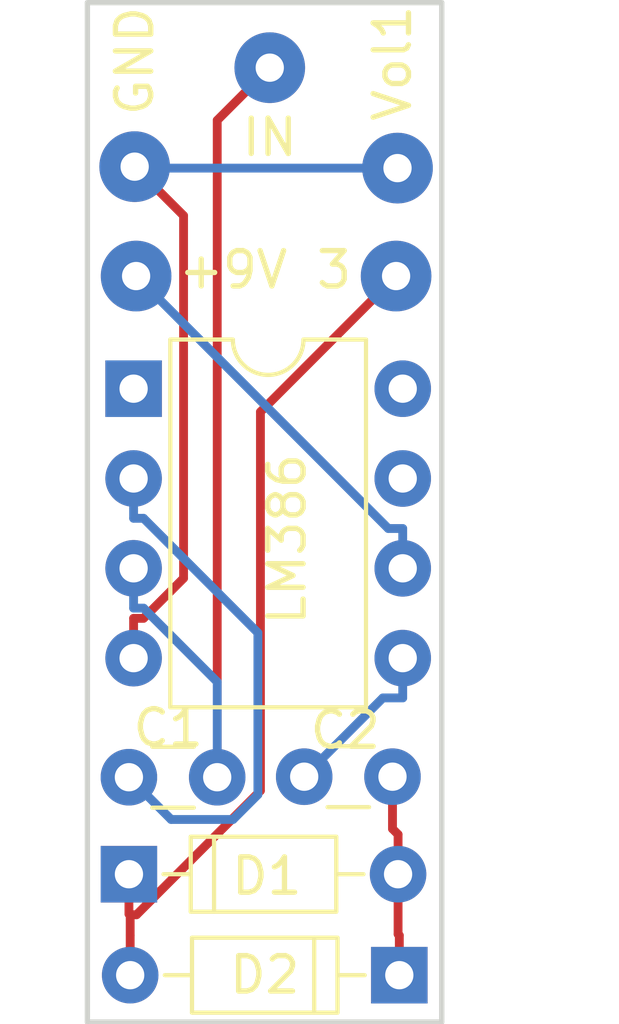
<source format=kicad_pcb>
(kicad_pcb (version 4) (host pcbnew 4.0.2-stable)

  (general
    (links 11)
    (no_connects 0)
    (area 138.672499 105.334999 148.855501 134.314001)
    (thickness 1.6)
    (drawings 4)
    (tracks 41)
    (zones 0)
    (modules 10)
    (nets 10)
  )

  (page A4)
  (layers
    (0 F.Cu signal)
    (31 B.Cu signal)
    (32 B.Adhes user)
    (33 F.Adhes user)
    (34 B.Paste user)
    (35 F.Paste user)
    (36 B.SilkS user)
    (37 F.SilkS user)
    (38 B.Mask user)
    (39 F.Mask user)
    (40 Dwgs.User user)
    (41 Cmts.User user)
    (42 Eco1.User user)
    (43 Eco2.User user)
    (44 Edge.Cuts user)
    (45 Margin user)
    (46 B.CrtYd user)
    (47 F.CrtYd user)
    (48 B.Fab user)
    (49 F.Fab user)
  )

  (setup
    (last_trace_width 0.25)
    (trace_clearance 0.2)
    (zone_clearance 0.508)
    (zone_45_only no)
    (trace_min 0.2)
    (segment_width 0.2)
    (edge_width 0.15)
    (via_size 0.6)
    (via_drill 0.4)
    (via_min_size 0.4)
    (via_min_drill 0.3)
    (uvia_size 0.3)
    (uvia_drill 0.1)
    (uvias_allowed no)
    (uvia_min_size 0.2)
    (uvia_min_drill 0.1)
    (pcb_text_width 0.3)
    (pcb_text_size 1.5 1.5)
    (mod_edge_width 0.15)
    (mod_text_size 1 1)
    (mod_text_width 0.15)
    (pad_size 1.524 1.524)
    (pad_drill 0.762)
    (pad_to_mask_clearance 0.2)
    (aux_axis_origin 0 0)
    (visible_elements 7FFFFFFF)
    (pcbplotparams
      (layerselection 0x00030_80000001)
      (usegerberextensions false)
      (excludeedgelayer true)
      (linewidth 0.100000)
      (plotframeref false)
      (viasonmask false)
      (mode 1)
      (useauxorigin false)
      (hpglpennumber 1)
      (hpglpenspeed 20)
      (hpglpendiameter 15)
      (hpglpenoverlay 2)
      (psnegative false)
      (psa4output false)
      (plotreference true)
      (plotvalue true)
      (plotinvisibletext false)
      (padsonsilk false)
      (subtractmaskfromsilk false)
      (outputformat 1)
      (mirror false)
      (drillshape 1)
      (scaleselection 1)
      (outputdirectory ""))
  )

  (net 0 "")
  (net 1 "Net-(C1-Pad1)")
  (net 2 "Net-(C1-Pad2)")
  (net 3 "Net-(C2-Pad1)")
  (net 4 "Net-(C2-Pad2)")
  (net 5 "Net-(D1-Pad1)")
  (net 6 "Net-(U1-Pad1)")
  (net 7 "Net-(U1-Pad6)")
  (net 8 "Net-(U1-Pad4)")
  (net 9 "Net-(U1-Pad8)")

  (net_class Default "Ceci est la Netclass par défaut"
    (clearance 0.2)
    (trace_width 0.25)
    (via_dia 0.6)
    (via_drill 0.4)
    (uvia_dia 0.3)
    (uvia_drill 0.1)
    (add_net "Net-(C1-Pad1)")
    (add_net "Net-(C1-Pad2)")
    (add_net "Net-(C2-Pad1)")
    (add_net "Net-(C2-Pad2)")
    (add_net "Net-(D1-Pad1)")
    (add_net "Net-(U1-Pad1)")
    (add_net "Net-(U1-Pad4)")
    (add_net "Net-(U1-Pad6)")
    (add_net "Net-(U1-Pad8)")
  )

  (module Capacitors_ThroughHole:C_Disc_D3.0mm_W1.6mm_P2.50mm (layer F.Cu) (tedit 58765D06) (tstamp 58CC4EDB)
    (at 142.423 127.315 180)
    (descr "C, Disc series, Radial, pin pitch=2.50mm, , diameter*width=3.0*1.6mm^2, Capacitor, http://www.vishay.com/docs/45233/krseries.pdf")
    (tags "C Disc series Radial pin pitch 2.50mm  diameter 3.0mm width 1.6mm Capacitor")
    (path /58CC4CBD)
    (fp_text reference C1 (at 1.3895 1.3945 180) (layer F.SilkS)
      (effects (font (size 1 1) (thickness 0.15)))
    )
    (fp_text value 0.01uF (at 1.25 1.86 180) (layer F.Fab)
      (effects (font (size 1 1) (thickness 0.15)))
    )
    (fp_line (start -0.25 -0.8) (end -0.25 0.8) (layer F.Fab) (width 0.1))
    (fp_line (start -0.25 0.8) (end 2.75 0.8) (layer F.Fab) (width 0.1))
    (fp_line (start 2.75 0.8) (end 2.75 -0.8) (layer F.Fab) (width 0.1))
    (fp_line (start 2.75 -0.8) (end -0.25 -0.8) (layer F.Fab) (width 0.1))
    (fp_line (start 0.663 -0.861) (end 1.837 -0.861) (layer F.SilkS) (width 0.12))
    (fp_line (start 0.663 0.861) (end 1.837 0.861) (layer F.SilkS) (width 0.12))
    (fp_line (start -1.05 -1.15) (end -1.05 1.15) (layer F.CrtYd) (width 0.05))
    (fp_line (start -1.05 1.15) (end 3.55 1.15) (layer F.CrtYd) (width 0.05))
    (fp_line (start 3.55 1.15) (end 3.55 -1.15) (layer F.CrtYd) (width 0.05))
    (fp_line (start 3.55 -1.15) (end -1.05 -1.15) (layer F.CrtYd) (width 0.05))
    (pad 1 thru_hole circle (at 0 0 180) (size 1.6 1.6) (drill 0.8) (layers *.Cu *.Mask)
      (net 1 "Net-(C1-Pad1)"))
    (pad 2 thru_hole circle (at 2.5 0 180) (size 1.6 1.6) (drill 0.8) (layers *.Cu *.Mask)
      (net 2 "Net-(C1-Pad2)"))
    (model Capacitors_THT.3dshapes/C_Disc_D3.0mm_W1.6mm_P2.50mm.wrl
      (at (xyz 0 0 0))
      (scale (xyz 0.393701 0.393701 0.393701))
      (rotate (xyz 0 0 0))
    )
  )

  (module Capacitors_ThroughHole:C_Disc_D3.0mm_W1.6mm_P2.50mm (layer F.Cu) (tedit 58765D06) (tstamp 58CC4EE1)
    (at 147.386 127.3 180)
    (descr "C, Disc series, Radial, pin pitch=2.50mm, , diameter*width=3.0*1.6mm^2, Capacitor, http://www.vishay.com/docs/45233/krseries.pdf")
    (tags "C Disc series Radial pin pitch 2.50mm  diameter 3.0mm width 1.6mm Capacitor")
    (path /58CC4947)
    (fp_text reference C2 (at 1.336 1.316 180) (layer F.SilkS)
      (effects (font (size 1 1) (thickness 0.15)))
    )
    (fp_text value 0.001uF (at 1.25 1.86 180) (layer F.Fab)
      (effects (font (size 1 1) (thickness 0.15)))
    )
    (fp_line (start -0.25 -0.8) (end -0.25 0.8) (layer F.Fab) (width 0.1))
    (fp_line (start -0.25 0.8) (end 2.75 0.8) (layer F.Fab) (width 0.1))
    (fp_line (start 2.75 0.8) (end 2.75 -0.8) (layer F.Fab) (width 0.1))
    (fp_line (start 2.75 -0.8) (end -0.25 -0.8) (layer F.Fab) (width 0.1))
    (fp_line (start 0.663 -0.861) (end 1.837 -0.861) (layer F.SilkS) (width 0.12))
    (fp_line (start 0.663 0.861) (end 1.837 0.861) (layer F.SilkS) (width 0.12))
    (fp_line (start -1.05 -1.15) (end -1.05 1.15) (layer F.CrtYd) (width 0.05))
    (fp_line (start -1.05 1.15) (end 3.55 1.15) (layer F.CrtYd) (width 0.05))
    (fp_line (start 3.55 1.15) (end 3.55 -1.15) (layer F.CrtYd) (width 0.05))
    (fp_line (start 3.55 -1.15) (end -1.05 -1.15) (layer F.CrtYd) (width 0.05))
    (pad 1 thru_hole circle (at 0 0 180) (size 1.6 1.6) (drill 0.8) (layers *.Cu *.Mask)
      (net 3 "Net-(C2-Pad1)"))
    (pad 2 thru_hole circle (at 2.5 0 180) (size 1.6 1.6) (drill 0.8) (layers *.Cu *.Mask)
      (net 4 "Net-(C2-Pad2)"))
    (model Capacitors_THT.3dshapes/C_Disc_D3.0mm_W1.6mm_P2.50mm.wrl
      (at (xyz 0 0 0))
      (scale (xyz 0.393701 0.393701 0.393701))
      (rotate (xyz 0 0 0))
    )
  )

  (module Diodes_ThroughHole:D_DO-35_SOD27_P7.62mm_Horizontal (layer F.Cu) (tedit 5877C982) (tstamp 58CC4EE7)
    (at 139.924 130.058)
    (descr "D, DO-35_SOD27 series, Axial, Horizontal, pin pitch=7.62mm, , length*diameter=4*2mm^2, , http://www.diodes.com/_files/packages/DO-35.pdf")
    (tags "D DO-35_SOD27 series Axial Horizontal pin pitch 7.62mm  length 4mm diameter 2mm")
    (path /58CC49CC)
    (fp_text reference D1 (at 3.9035 0.0535) (layer F.SilkS)
      (effects (font (size 1 1) (thickness 0.15)))
    )
    (fp_text value D (at 3.81 2.06) (layer F.Fab)
      (effects (font (size 1 1) (thickness 0.15)))
    )
    (fp_line (start 1.81 -1) (end 1.81 1) (layer F.Fab) (width 0.1))
    (fp_line (start 1.81 1) (end 5.81 1) (layer F.Fab) (width 0.1))
    (fp_line (start 5.81 1) (end 5.81 -1) (layer F.Fab) (width 0.1))
    (fp_line (start 5.81 -1) (end 1.81 -1) (layer F.Fab) (width 0.1))
    (fp_line (start 0 0) (end 1.81 0) (layer F.Fab) (width 0.1))
    (fp_line (start 7.62 0) (end 5.81 0) (layer F.Fab) (width 0.1))
    (fp_line (start 2.41 -1) (end 2.41 1) (layer F.Fab) (width 0.1))
    (fp_line (start 1.75 -1.06) (end 1.75 1.06) (layer F.SilkS) (width 0.12))
    (fp_line (start 1.75 1.06) (end 5.87 1.06) (layer F.SilkS) (width 0.12))
    (fp_line (start 5.87 1.06) (end 5.87 -1.06) (layer F.SilkS) (width 0.12))
    (fp_line (start 5.87 -1.06) (end 1.75 -1.06) (layer F.SilkS) (width 0.12))
    (fp_line (start 0.98 0) (end 1.75 0) (layer F.SilkS) (width 0.12))
    (fp_line (start 6.64 0) (end 5.87 0) (layer F.SilkS) (width 0.12))
    (fp_line (start 2.41 -1.06) (end 2.41 1.06) (layer F.SilkS) (width 0.12))
    (fp_line (start -1.05 -1.35) (end -1.05 1.35) (layer F.CrtYd) (width 0.05))
    (fp_line (start -1.05 1.35) (end 8.7 1.35) (layer F.CrtYd) (width 0.05))
    (fp_line (start 8.7 1.35) (end 8.7 -1.35) (layer F.CrtYd) (width 0.05))
    (fp_line (start 8.7 -1.35) (end -1.05 -1.35) (layer F.CrtYd) (width 0.05))
    (pad 1 thru_hole rect (at 0 0) (size 1.6 1.6) (drill 0.8) (layers *.Cu *.Mask)
      (net 5 "Net-(D1-Pad1)"))
    (pad 2 thru_hole oval (at 7.62 0) (size 1.6 1.6) (drill 0.8) (layers *.Cu *.Mask)
      (net 3 "Net-(C2-Pad1)"))
    (model Diodes_THT.3dshapes/D_DO-35_SOD27_P7.62mm_Horizontal.wrl
      (at (xyz 0 0 0))
      (scale (xyz 0.393701 0.393701 0.393701))
      (rotate (xyz 0 0 0))
    )
  )

  (module Diodes_ThroughHole:D_DO-35_SOD27_P7.62mm_Horizontal (layer F.Cu) (tedit 5877C982) (tstamp 58CC4EED)
    (at 147.579 132.913 180)
    (descr "D, DO-35_SOD27 series, Axial, Horizontal, pin pitch=7.62mm, , length*diameter=4*2mm^2, , http://www.diodes.com/_files/packages/DO-35.pdf")
    (tags "D DO-35_SOD27 series Axial Horizontal pin pitch 7.62mm  length 4mm diameter 2mm")
    (path /58CC4A3E)
    (fp_text reference D2 (at 3.81 0.0075 180) (layer F.SilkS)
      (effects (font (size 1 1) (thickness 0.15)))
    )
    (fp_text value D (at 3.81 2.06 180) (layer F.Fab)
      (effects (font (size 1 1) (thickness 0.15)))
    )
    (fp_line (start 1.81 -1) (end 1.81 1) (layer F.Fab) (width 0.1))
    (fp_line (start 1.81 1) (end 5.81 1) (layer F.Fab) (width 0.1))
    (fp_line (start 5.81 1) (end 5.81 -1) (layer F.Fab) (width 0.1))
    (fp_line (start 5.81 -1) (end 1.81 -1) (layer F.Fab) (width 0.1))
    (fp_line (start 0 0) (end 1.81 0) (layer F.Fab) (width 0.1))
    (fp_line (start 7.62 0) (end 5.81 0) (layer F.Fab) (width 0.1))
    (fp_line (start 2.41 -1) (end 2.41 1) (layer F.Fab) (width 0.1))
    (fp_line (start 1.75 -1.06) (end 1.75 1.06) (layer F.SilkS) (width 0.12))
    (fp_line (start 1.75 1.06) (end 5.87 1.06) (layer F.SilkS) (width 0.12))
    (fp_line (start 5.87 1.06) (end 5.87 -1.06) (layer F.SilkS) (width 0.12))
    (fp_line (start 5.87 -1.06) (end 1.75 -1.06) (layer F.SilkS) (width 0.12))
    (fp_line (start 0.98 0) (end 1.75 0) (layer F.SilkS) (width 0.12))
    (fp_line (start 6.64 0) (end 5.87 0) (layer F.SilkS) (width 0.12))
    (fp_line (start 2.41 -1.06) (end 2.41 1.06) (layer F.SilkS) (width 0.12))
    (fp_line (start -1.05 -1.35) (end -1.05 1.35) (layer F.CrtYd) (width 0.05))
    (fp_line (start -1.05 1.35) (end 8.7 1.35) (layer F.CrtYd) (width 0.05))
    (fp_line (start 8.7 1.35) (end 8.7 -1.35) (layer F.CrtYd) (width 0.05))
    (fp_line (start 8.7 -1.35) (end -1.05 -1.35) (layer F.CrtYd) (width 0.05))
    (pad 1 thru_hole rect (at 0 0 180) (size 1.6 1.6) (drill 0.8) (layers *.Cu *.Mask)
      (net 3 "Net-(C2-Pad1)"))
    (pad 2 thru_hole oval (at 7.62 0 180) (size 1.6 1.6) (drill 0.8) (layers *.Cu *.Mask)
      (net 5 "Net-(D1-Pad1)"))
    (model Diodes_THT.3dshapes/D_DO-35_SOD27_P7.62mm_Horizontal.wrl
      (at (xyz 0 0 0))
      (scale (xyz 0.393701 0.393701 0.393701))
      (rotate (xyz 0 0 0))
    )
  )

  (module Housings_DIP:DIP-8_W7.62mm (layer F.Cu) (tedit 58CC5268) (tstamp 58CC4EF9)
    (at 140.056 116.327)
    (descr "8-lead dip package, row spacing 7.62 mm (300 mils)")
    (tags "DIL DIP PDIP 2.54mm 7.62mm 300mil")
    (path /58CC4852)
    (fp_text reference LM386 (at 4.343 4.2595 90) (layer F.SilkS)
      (effects (font (size 1 1) (thickness 0.15)))
    )
    (fp_text value LM386 (at 3.81 10.01) (layer F.Fab)
      (effects (font (size 1 1) (thickness 0.15)))
    )
    (fp_arc (start 3.81 -1.39) (end 2.81 -1.39) (angle -180) (layer F.SilkS) (width 0.12))
    (fp_line (start 1.635 -1.27) (end 6.985 -1.27) (layer F.Fab) (width 0.1))
    (fp_line (start 6.985 -1.27) (end 6.985 8.89) (layer F.Fab) (width 0.1))
    (fp_line (start 6.985 8.89) (end 0.635 8.89) (layer F.Fab) (width 0.1))
    (fp_line (start 0.635 8.89) (end 0.635 -0.27) (layer F.Fab) (width 0.1))
    (fp_line (start 0.635 -0.27) (end 1.635 -1.27) (layer F.Fab) (width 0.1))
    (fp_line (start 2.81 -1.39) (end 1.04 -1.39) (layer F.SilkS) (width 0.12))
    (fp_line (start 1.04 -1.39) (end 1.04 9.01) (layer F.SilkS) (width 0.12))
    (fp_line (start 1.04 9.01) (end 6.58 9.01) (layer F.SilkS) (width 0.12))
    (fp_line (start 6.58 9.01) (end 6.58 -1.39) (layer F.SilkS) (width 0.12))
    (fp_line (start 6.58 -1.39) (end 4.81 -1.39) (layer F.SilkS) (width 0.12))
    (fp_line (start -1.1 -1.6) (end -1.1 9.2) (layer F.CrtYd) (width 0.05))
    (fp_line (start -1.1 9.2) (end 8.7 9.2) (layer F.CrtYd) (width 0.05))
    (fp_line (start 8.7 9.2) (end 8.7 -1.6) (layer F.CrtYd) (width 0.05))
    (fp_line (start 8.7 -1.6) (end -1.1 -1.6) (layer F.CrtYd) (width 0.05))
    (pad 1 thru_hole rect (at 0 0) (size 1.6 1.6) (drill 0.8) (layers *.Cu *.Mask)
      (net 6 "Net-(U1-Pad1)"))
    (pad 5 thru_hole oval (at 7.62 7.62) (size 1.6 1.6) (drill 0.8) (layers *.Cu *.Mask)
      (net 4 "Net-(C2-Pad2)"))
    (pad 2 thru_hole oval (at 0 2.54) (size 1.6 1.6) (drill 0.8) (layers *.Cu *.Mask)
      (net 2 "Net-(C1-Pad2)"))
    (pad 6 thru_hole oval (at 7.62 5.08) (size 1.6 1.6) (drill 0.8) (layers *.Cu *.Mask)
      (net 7 "Net-(U1-Pad6)"))
    (pad 3 thru_hole oval (at 0 5.08) (size 1.6 1.6) (drill 0.8) (layers *.Cu *.Mask)
      (net 1 "Net-(C1-Pad1)"))
    (pad 7 thru_hole oval (at 7.62 2.54) (size 1.6 1.6) (drill 0.8) (layers *.Cu *.Mask))
    (pad 4 thru_hole oval (at 0 7.62) (size 1.6 1.6) (drill 0.8) (layers *.Cu *.Mask)
      (net 8 "Net-(U1-Pad4)"))
    (pad 8 thru_hole oval (at 7.62 0) (size 1.6 1.6) (drill 0.8) (layers *.Cu *.Mask)
      (net 9 "Net-(U1-Pad8)"))
    (model Housings_DIP.3dshapes/DIP-8_W7.62mm.wrl
      (at (xyz 0 0 0))
      (scale (xyz 1 1 1))
      (rotate (xyz 0 0 0))
    )
  )

  (module Wire_Pads:SolderWirePad_single_0-8mmDrill (layer F.Cu) (tedit 58CC5208) (tstamp 58CC4EFE)
    (at 143.911 107.249)
    (path /58CC4D34)
    (fp_text reference IN (at 0 1.971) (layer F.SilkS)
      (effects (font (size 1 1) (thickness 0.15)))
    )
    (fp_text value IN (at 0 2.54) (layer F.Fab)
      (effects (font (size 1 1) (thickness 0.15)))
    )
    (pad 1 thru_hole circle (at 0 0) (size 1.99898 1.99898) (drill 0.8001) (layers *.Cu *.Mask)
      (net 1 "Net-(C1-Pad1)"))
  )

  (module Wire_Pads:SolderWirePad_single_0-8mmDrill (layer F.Cu) (tedit 58CC5276) (tstamp 58CC4F03)
    (at 140.086 110.048)
    (path /58CC4DE3)
    (fp_text reference GND (at 0 -2.987 270) (layer F.SilkS)
      (effects (font (size 1 1) (thickness 0.15)))
    )
    (fp_text value GND (at -2.164 1.585) (layer F.Fab)
      (effects (font (size 1 1) (thickness 0.15)))
    )
    (pad 1 thru_hole circle (at 0 0) (size 1.99898 1.99898) (drill 0.8001) (layers *.Cu *.Mask)
      (net 8 "Net-(U1-Pad4)"))
  )

  (module Wire_Pads:SolderWirePad_single_0-8mmDrill (layer F.Cu) (tedit 58CC528C) (tstamp 58CC4F08)
    (at 140.127 113.142)
    (path /58CC517D)
    (fp_text reference +9V (at 2.748 -0.1755) (layer F.SilkS)
      (effects (font (size 1 1) (thickness 0.15)))
    )
    (fp_text value +9V (at 0 2.54) (layer F.Fab)
      (effects (font (size 1 1) (thickness 0.15)))
    )
    (pad 1 thru_hole circle (at 0 0) (size 1.99898 1.99898) (drill 0.8001) (layers *.Cu *.Mask)
      (net 7 "Net-(U1-Pad6)"))
  )

  (module Wire_Pads:SolderWirePad_single_0-8mmDrill (layer F.Cu) (tedit 58CC5241) (tstamp 58CC4F0D)
    (at 147.528 110.089)
    (path /58CC4E89)
    (fp_text reference Vol1 (at -0.1445 -2.9645 90) (layer F.SilkS)
      (effects (font (size 1 1) (thickness 0.15)))
    )
    (fp_text value VolLug1 (at 3.221 -3.4725) (layer F.Fab)
      (effects (font (size 1 1) (thickness 0.15)))
    )
    (pad 1 thru_hole circle (at 0 0) (size 1.99898 1.99898) (drill 0.8001) (layers *.Cu *.Mask)
      (net 8 "Net-(U1-Pad4)"))
  )

  (module Wire_Pads:SolderWirePad_single_0-8mmDrill (layer F.Cu) (tedit 58CC5254) (tstamp 58CC4F12)
    (at 147.488 113.142)
    (path /58CC4B47)
    (fp_text reference 3 (at -1.7555 -0.1755 180) (layer F.SilkS)
      (effects (font (size 1 1) (thickness 0.15)))
    )
    (fp_text value VolLug3 (at 0 2.54) (layer F.Fab)
      (effects (font (size 1 1) (thickness 0.15)))
    )
    (pad 1 thru_hole circle (at 0 0) (size 1.99898 1.99898) (drill 0.8001) (layers *.Cu *.Mask)
      (net 5 "Net-(D1-Pad1)"))
  )

  (gr_line (start 138.7475 105.41) (end 148.7805 105.41) (layer Edge.Cuts) (width 0.15))
  (gr_line (start 138.7475 134.239) (end 138.7475 105.41) (layer Edge.Cuts) (width 0.15))
  (gr_line (start 148.7805 134.239) (end 148.7805 105.41) (layer Edge.Cuts) (width 0.15))
  (gr_line (start 138.7475 134.239) (end 148.7805 134.239) (layer Edge.Cuts) (width 0.15))

  (segment (start 142.423 108.737) (end 142.423 127.315) (width 0.25) (layer F.Cu) (net 1))
  (segment (start 143.911 107.249) (end 142.423 108.737) (width 0.25) (layer F.Cu) (net 1))
  (segment (start 142.423 124.618) (end 142.423 127.315) (width 0.25) (layer B.Cu) (net 1))
  (segment (start 140.3373 122.5323) (end 142.423 124.618) (width 0.25) (layer B.Cu) (net 1))
  (segment (start 140.056 122.5323) (end 140.3373 122.5323) (width 0.25) (layer B.Cu) (net 1))
  (segment (start 140.056 121.407) (end 140.056 122.5323) (width 0.25) (layer B.Cu) (net 1))
  (segment (start 141.1183 128.5103) (end 139.923 127.315) (width 0.25) (layer B.Cu) (net 2))
  (segment (start 142.8715 128.5103) (end 141.1183 128.5103) (width 0.25) (layer B.Cu) (net 2))
  (segment (start 143.5753 127.8065) (end 142.8715 128.5103) (width 0.25) (layer B.Cu) (net 2))
  (segment (start 143.5753 123.2303) (end 143.5753 127.8065) (width 0.25) (layer B.Cu) (net 2))
  (segment (start 140.3373 119.9923) (end 143.5753 123.2303) (width 0.25) (layer B.Cu) (net 2))
  (segment (start 140.056 119.9923) (end 140.3373 119.9923) (width 0.25) (layer B.Cu) (net 2))
  (segment (start 140.056 118.867) (end 140.056 119.9923) (width 0.25) (layer B.Cu) (net 2))
  (segment (start 147.579 132.913) (end 147.579 131.7877) (width 0.25) (layer F.Cu) (net 3))
  (segment (start 147.544 131.7527) (end 147.544 130.058) (width 0.25) (layer F.Cu) (net 3))
  (segment (start 147.579 131.7877) (end 147.544 131.7527) (width 0.25) (layer F.Cu) (net 3))
  (segment (start 147.386 128.7747) (end 147.386 127.3) (width 0.25) (layer F.Cu) (net 3))
  (segment (start 147.544 128.9327) (end 147.386 128.7747) (width 0.25) (layer F.Cu) (net 3))
  (segment (start 147.544 130.058) (end 147.544 128.9327) (width 0.25) (layer F.Cu) (net 3))
  (segment (start 147.1137 125.0723) (end 144.886 127.3) (width 0.25) (layer B.Cu) (net 4))
  (segment (start 147.676 125.0723) (end 147.1137 125.0723) (width 0.25) (layer B.Cu) (net 4))
  (segment (start 147.676 123.947) (end 147.676 125.0723) (width 0.25) (layer B.Cu) (net 4))
  (segment (start 139.959 132.913) (end 139.959 131.7877) (width 0.25) (layer F.Cu) (net 5))
  (segment (start 139.959 131.7877) (end 139.959 131.2043) (width 0.25) (layer F.Cu) (net 5))
  (segment (start 139.938 131.1833) (end 139.959 131.2043) (width 0.25) (layer F.Cu) (net 5))
  (segment (start 139.924 131.1833) (end 139.938 131.1833) (width 0.25) (layer F.Cu) (net 5))
  (segment (start 143.6471 116.9829) (end 147.488 113.142) (width 0.25) (layer F.Cu) (net 5))
  (segment (start 143.6471 127.6967) (end 143.6471 116.9829) (width 0.25) (layer F.Cu) (net 5))
  (segment (start 140.1395 131.2043) (end 143.6471 127.6967) (width 0.25) (layer F.Cu) (net 5))
  (segment (start 139.959 131.2043) (end 140.1395 131.2043) (width 0.25) (layer F.Cu) (net 5))
  (segment (start 139.924 130.058) (end 139.924 131.1833) (width 0.25) (layer F.Cu) (net 5))
  (segment (start 147.2667 120.2817) (end 147.676 120.2817) (width 0.25) (layer B.Cu) (net 7))
  (segment (start 140.127 113.142) (end 147.2667 120.2817) (width 0.25) (layer B.Cu) (net 7))
  (segment (start 147.676 121.407) (end 147.676 120.2817) (width 0.25) (layer B.Cu) (net 7))
  (segment (start 140.3373 122.8217) (end 140.056 122.8217) (width 0.25) (layer F.Cu) (net 8))
  (segment (start 141.4706 121.6884) (end 140.3373 122.8217) (width 0.25) (layer F.Cu) (net 8))
  (segment (start 141.4706 111.4326) (end 141.4706 121.6884) (width 0.25) (layer F.Cu) (net 8))
  (segment (start 140.086 110.048) (end 141.4706 111.4326) (width 0.25) (layer F.Cu) (net 8))
  (segment (start 140.056 123.947) (end 140.056 122.8217) (width 0.25) (layer F.Cu) (net 8))
  (segment (start 140.127 110.089) (end 140.086 110.048) (width 0.25) (layer B.Cu) (net 8))
  (segment (start 147.528 110.089) (end 140.127 110.089) (width 0.25) (layer B.Cu) (net 8))

)

</source>
